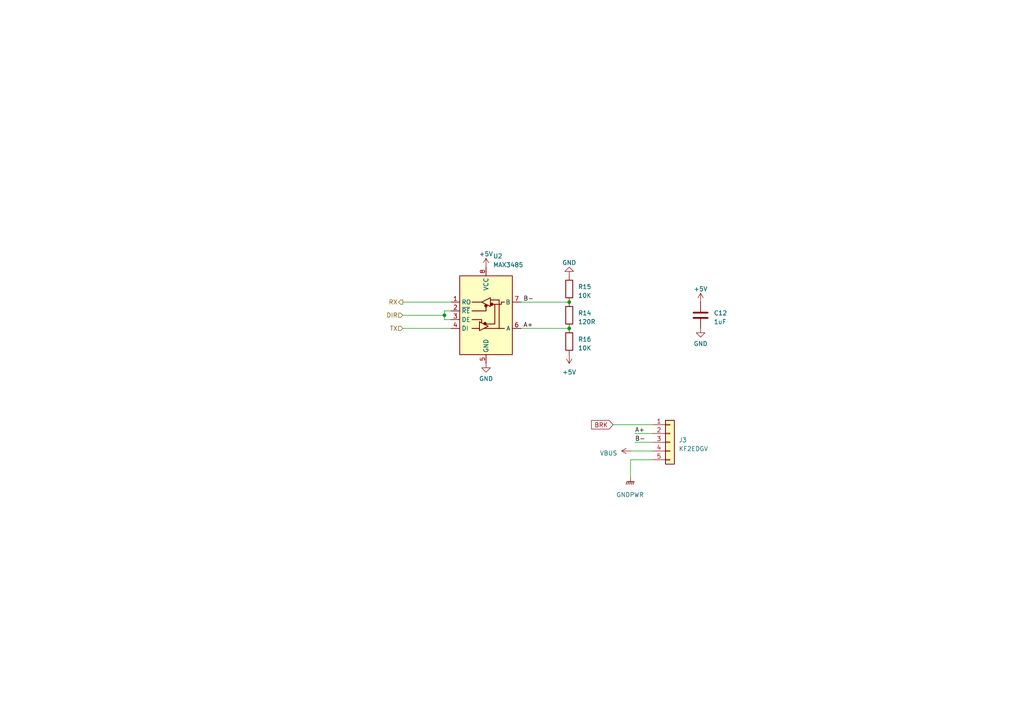
<source format=kicad_sch>
(kicad_sch (version 20230121) (generator eeschema)
  (paper "A4")
  (lib_symbols
    (symbol "Connector_Generic:Conn_01x05" (pin_names (offset 1.016) hide)
      (property "Reference" "J" (at 0 7.62 0))
      (property "Value" "Conn_01x05" (at 0 -7.62 0))
      (symbol "Conn_01x05_1_1"
        (rectangle (start -1.27 -4.953) (end 0 -5.207) (stroke (width 0.1524)))
        (rectangle (start -1.27 -2.413) (end 0 -2.667) (stroke (width 0.1524)))
        (rectangle (start -1.27 0.127) (end 0 -0.127) (stroke (width 0.1524)))
        (rectangle (start -1.27 2.667) (end 0 2.413) (stroke (width 0.1524)))
        (rectangle (start -1.27 5.207) (end 0 4.953) (stroke (width 0.1524)))
        (rectangle (start -1.27 6.35) (end 1.27 -6.35) (stroke (width 0.254)) (fill (type background)))
        (pin passive line (at -5.08 5.08 0) (length 3.81) (name "Pin_1") (number "1"))
        (pin passive line (at -5.08 2.54 0) (length 3.81) (name "Pin_2") (number "2"))
        (pin passive line (at -5.08 0 0) (length 3.81) (name "Pin_3") (number "3"))
        (pin passive line (at -5.08 -2.54 0) (length 3.81) (name "Pin_4") (number "4"))
        (pin passive line (at -5.08 -5.08 0) (length 3.81) (name "Pin_5") (number "5"))
      )
    )
    (symbol "Device:C" (pin_numbers hide) (pin_names (offset 0.254))
      (property "Reference" "C" (at 0.635 2.54 0))
      (property "Value" "C" (at 0.635 -2.54 0))
      (symbol "C_0_1"
        (polyline (pts (xy -2.032 -0.762) (xy 2.032 -0.762)) (stroke (width 0.508)))
        (polyline (pts (xy -2.032 0.762) (xy 2.032 0.762)) (stroke (width 0.508)))
      )
      (symbol "C_1_1"
        (pin passive line (at 0 3.81 270) (length 2.794) (name "~") (number "1"))
        (pin passive line (at 0 -3.81 90) (length 2.794) (name "~") (number "2"))
      )
    )
    (symbol "Device:R" (pin_numbers hide) (pin_names (offset 0))
      (property "Reference" "R" (at 2.032 0 90))
      (property "Value" "R" (at 0 0 90))
      (symbol "R_0_1"
        (rectangle (start -1.016 -2.54) (end 1.016 2.54) (stroke (width 0.254)))
      )
      (symbol "R_1_1"
        (pin passive line (at 0 3.81 270) (length 1.27) (name "~") (number "1"))
        (pin passive line (at 0 -3.81 90) (length 1.27) (name "~") (number "2"))
      )
    )
    (symbol "Interface_UART:MAX3485"
      (property "Reference" "U" (at -6.096 11.43 0))
      (property "Value" "MAX3485" (at 0.762 11.43 0))
      (symbol "MAX3485_0_1"
        (rectangle (start -7.62 10.16) (end 7.62 -12.7) (stroke (width 0.254)) (fill (type background)))
        (circle (center -0.3048 -3.683) (radius 0.3556) (stroke (width 0.254)) (fill (type outline)))
        (circle (center -0.0254 1.4986) (radius 0.3556) (stroke (width 0.254)) (fill (type outline)))
        (polyline (pts (xy -4.064 -5.08) (xy -1.905 -5.08)) (stroke (width 0.254)))
        (polyline (pts (xy -4.064 2.54) (xy -1.27 2.54)) (stroke (width 0.254)))
        (polyline (pts (xy -1.27 -3.2004) (xy -1.27 -3.4544)) (stroke (width 0.254)))
        (polyline (pts (xy -0.635 -5.08) (xy 5.334 -5.08)) (stroke (width 0.254)))
        (polyline (pts (xy -4.064 -2.54) (xy -1.27 -2.54) (xy -1.27 -3.175)) (stroke (width 0.254)))
        (polyline (pts (xy 0 1.27) (xy 0 0) (xy -4.064 0)) (stroke (width 0.254)))
        (polyline (pts (xy 1.27 3.175) (xy 3.81 3.175) (xy 3.81 -5.08)) (stroke (width 0.254)))
        (polyline (pts (xy 2.54 1.905) (xy 2.54 -3.81) (xy 0 -3.81)) (stroke (width 0.254)))
        (polyline (pts (xy -1.905 -3.175) (xy -1.905 -5.715) (xy 0.635 -4.445) (xy -1.905 -3.175)) (stroke (width 0.254)))
        (polyline (pts (xy -1.27 2.54) (xy 1.27 3.81) (xy 1.27 1.27) (xy -1.27 2.54)) (stroke (width 0.254)))
        (polyline (pts (xy 1.905 1.905) (xy 4.445 1.905) (xy 4.445 2.54) (xy 5.334 2.54)) (stroke (width 0.254)))
        (rectangle (start 1.27 3.175) (end 1.27 3.175))
        (circle (center 1.651 1.905) (radius 0.3556) (stroke (width 0.254)) (fill (type outline)))
      )
      (symbol "MAX3485_1_1"
        (pin output line (at -10.16 2.54 0) (length 2.54) (name "RO") (number "1"))
        (pin input line (at -10.16 0 0) (length 2.54) (name "~{RE}") (number "2"))
        (pin input line (at -10.16 -2.54 0) (length 2.54) (name "DE") (number "3"))
        (pin input line (at -10.16 -5.08 0) (length 2.54) (name "DI") (number "4"))
        (pin power_in line (at 0 -15.24 90) (length 2.54) (name "GND") (number "5"))
        (pin bidirectional line (at 10.16 -5.08 180) (length 2.54) (name "A") (number "6"))
        (pin bidirectional line (at 10.16 2.54 180) (length 2.54) (name "B") (number "7"))
        (pin power_in line (at 0 12.7 270) (length 2.54) (name "VCC") (number "8"))
      )
    )
    (symbol "power:+5V" (power) (pin_names (offset 0))
      (property "Value" "+5V" (at 0 3.556 0))
      (symbol "+5V_0_1"
        (polyline (pts (xy -0.762 1.27) (xy 0 2.54)))
        (polyline (pts (xy 0 0) (xy 0 2.54)))
        (polyline (pts (xy 0 2.54) (xy 0.762 1.27)))
      )
      (symbol "+5V_1_1"
        (pin power_in line (at 0 0 90) (length 0) hide (name "+5V") (number "1"))
      )
    )
    (symbol "power:GND" (power) (pin_names (offset 0))
      (property "Value" "GND" (at 0 -3.81 0))
      (symbol "GND_0_1"
        (polyline (pts (xy 0 0) (xy 0 -1.27) (xy 1.27 -1.27) (xy 0 -2.54) (xy -1.27 -1.27) (xy 0 -1.27)))
      )
      (symbol "GND_1_1"
        (pin power_in line (at 0 0 270) (length 0) hide (name "GND") (number "1"))
      )
    )
    (symbol "power:GNDPWR" (power) (pin_names (offset 0))
      (property "Value" "GNDPWR" (at 0 -3.302 0))
      (symbol "GNDPWR_0_1"
        (polyline (pts (xy 0 -1.27) (xy 0 0)))
        (polyline (pts (xy -1.016 -1.27) (xy -1.27 -2.032) (xy -1.27 -2.032)) (stroke (width 0.2032)))
        (polyline (pts (xy -0.508 -1.27) (xy -0.762 -2.032) (xy -0.762 -2.032)) (stroke (width 0.2032)))
        (polyline (pts (xy 0 -1.27) (xy -0.254 -2.032) (xy -0.254 -2.032)) (stroke (width 0.2032)))
        (polyline (pts (xy 0.508 -1.27) (xy 0.254 -2.032) (xy 0.254 -2.032)) (stroke (width 0.2032)))
        (polyline (pts (xy 1.016 -1.27) (xy -1.016 -1.27) (xy -1.016 -1.27)) (stroke (width 0.2032)))
        (polyline (pts (xy 1.016 -1.27) (xy 0.762 -2.032) (xy 0.762 -2.032) (xy 0.762 -2.032)) (stroke (width 0.2032)))
      )
      (symbol "GNDPWR_1_1"
        (pin power_in line (at 0 0 270) (length 0) hide (name "GNDPWR") (number "1"))
      )
    )
    (symbol "power:VBUS" (power) (pin_names (offset 0))
      (property "Value" "VBUS" (at 0 3.81 0))
      (symbol "VBUS_0_1"
        (polyline (pts (xy -0.762 1.27) (xy 0 2.54)))
        (polyline (pts (xy 0 0) (xy 0 2.54)))
        (polyline (pts (xy 0 2.54) (xy 0.762 1.27)))
      )
      (symbol "VBUS_1_1"
        (pin power_in line (at 0 0 90) (length 0) hide (name "VBUS") (number "1"))
      )
    )
  )
  (junction (at 128.905 91.44))
  (junction (at 165.1 95.25))
  (junction (at 165.1 87.63))
  (wire (pts (xy 151.13 87.63) (xy 165.1 87.63)))
  (wire (pts (xy 182.88 130.81) (xy 189.23 130.81)))
  (wire (pts (xy 116.84 91.44) (xy 128.905 91.44)))
  (wire (pts (xy 116.84 87.63) (xy 130.81 87.63)))
  (wire (pts (xy 128.905 92.71) (xy 130.81 92.71)))
  (wire (pts (xy 128.905 91.44) (xy 128.905 92.71)))
  (wire (pts (xy 184.15 125.73) (xy 189.23 125.73)))
  (wire (pts (xy 182.88 133.35) (xy 182.88 138.43)))
  (wire (pts (xy 177.8 123.19) (xy 189.23 123.19)))
  (wire (pts (xy 130.81 90.17) (xy 128.905 90.17)))
  (wire (pts (xy 184.15 128.27) (xy 189.23 128.27)))
  (wire (pts (xy 189.23 133.35) (xy 182.88 133.35)))
  (wire (pts (xy 128.905 90.17) (xy 128.905 91.44)))
  (wire (pts (xy 151.13 95.25) (xy 165.1 95.25)))
  (wire (pts (xy 116.84 95.25) (xy 130.81 95.25)))
  (label "A+" (at 151.765 95.25 0))
  (label "B-" (at 151.765 87.63 0))
  (label "B-" (at 184.15 128.27 0))
  (label "A+" (at 184.15 125.73 0))
  (global_label "BRK" (shape input) (at 177.8 123.19 180) (property "Intersheetrefs" "${INTERSHEET_REFS}" (effects hide)))
  (hierarchical_label "TX" (shape input) (at 116.84 95.25 180))
  (hierarchical_label "DIR" (shape input) (at 116.84 91.44 180))
  (hierarchical_label "RX" (shape output) (at 116.84 87.63 180))
  (symbol (lib_id "power:GND") (at 140.97 105.41 0) (unit 1)
    (property "Reference" "#PWR015" (effects hide))
    (property "Value" "GND" (at 140.97 109.855 0))
    (instances (project "AT32_Mini" (path "" (reference "#PWR015") (unit 1))) (project "cwFOC" (path "" (reference "#PWR049") (unit 1)) (path "" (reference "#PWR037") (unit 1))))
  )
  (symbol (lib_id "power:+5V") (at 165.1 102.87 180) (unit 1)
    (property "Reference" "#PWR02" (effects hide))
    (property "Value" "+5V" (at 165.1 107.95 0))
  )
  (symbol (lib_id "power:GND") (at 165.1 80.01 180) (unit 1)
    (property "Reference" "#PWR051" (effects hide))
    (property "Value" "GND" (at 165.1 76.2 0))
    (instances (project "cwFOC" (path "" (reference "#PWR051") (unit 1)) (path "" (reference "#PWR038") (unit 1))))
  )
  (symbol (lib_id "power:+5V") (at 203.2 87.63 0) (unit 1)
    (property "Reference" "#PWR044" (effects hide))
    (property "Value" "+5V" (at 203.2 83.82 0))
  )
  (symbol (lib_id "Interface_UART:MAX3485") (at 140.97 90.17 0) (unit 1)
    (property "Reference" "U2" (at 142.9894 74.295 0) (effects (justify left)))
    (property "Value" "MAX3485" (at 142.9894 76.835 0) (effects (justify left)))
    (property "Footprint" "Package_SO:SOIC-8_3.9x4.9mm_P1.27mm" (effects hide))
    (property "Datasheet" "https://datasheets.maximintegrated.com/en/ds/MAX3483-MAX3491.pdf" (effects hide))
    (instances (project "AT32_Mini" (path "" (reference "U2") (unit 1))) (project "cwFOC" (path "" (reference "U5") (unit 1)) (path "" (reference "U5") (unit 1))))
  )
  (symbol (lib_id "Device:R") (at 165.1 91.44 0) (unit 1)
    (property "Reference" "R14" (at 167.64 90.805 0) (effects (justify left)))
    (property "Value" "120R" (at 167.64 93.345 0) (effects (justify left)))
    (property "Footprint" "myDevice:0603_R" (effects hide))
    (instances (project "cwFOC" (path "" (reference "R14") (unit 1)) (path "" (reference "R12") (unit 1))))
  )
  (symbol (lib_id "power:GNDPWR") (at 182.88 138.43 0) (unit 1)
    (property "Reference" "#PWR031" (effects hide))
    (property "Value" "GNDPWR" (at 182.753 143.51 0))
  )
  (symbol (lib_id "power:GND") (at 203.2 95.25 0) (unit 1)
    (property "Reference" "#PWR015" (effects hide))
    (property "Value" "GND" (at 203.2 99.695 0))
    (instances (project "AT32_Mini" (path "" (reference "#PWR015") (unit 1))) (project "cwFOC" (path "" (reference "#PWR049") (unit 1)) (path "" (reference "#PWR045") (unit 1))))
  )
  (symbol (lib_id "Connector_Generic:Conn_01x05") (at 194.31 128.27 0) (unit 1)
    (property "Reference" "J3" (at 196.85 127.635 0) (effects (justify left)))
    (property "Value" "KF2EDGV" (at 196.85 130.175 0) (effects (justify left)))
    (property "Footprint" "myLib:KF2EDGV" (effects hide))
  )
  (symbol (lib_id "power:VBUS") (at 182.88 130.81 90) (unit 1)
    (property "Reference" "#PWR032" (effects hide))
    (property "Value" "VBUS" (at 179.07 131.445 90) (effects (justify left)))
  )
  (symbol (lib_id "Device:C") (at 203.2 91.44 0) (unit 1)
    (property "Reference" "C12" (at 207.01 90.805 0) (effects (justify left)))
    (property "Value" "1uF" (at 207.01 93.345 0) (effects (justify left)))
    (property "Footprint" "myDevice:0603_C" (effects hide))
  )
  (symbol (lib_id "power:+5V") (at 140.97 77.47 0) (unit 1)
    (property "Reference" "#PWR034" (effects hide))
    (property "Value" "+5V" (at 140.97 73.66 0))
  )
  (symbol (lib_id "Device:R") (at 165.1 99.06 0) (unit 1)
    (property "Reference" "R16" (at 167.64 98.425 0) (effects (justify left)))
    (property "Value" "10K" (at 167.64 100.965 0) (effects (justify left)))
    (property "Footprint" "myDevice:0603_R" (effects hide))
    (instances (project "cwFOC" (path "" (reference "R16") (unit 1)) (path "" (reference "R14") (unit 1))))
  )
  (symbol (lib_id "Device:R") (at 165.1 83.82 0) (unit 1)
    (property "Reference" "R15" (at 167.64 83.185 0) (effects (justify left)))
    (property "Value" "10K" (at 167.64 85.725 0) (effects (justify left)))
    (property "Footprint" "myDevice:0603_R" (effects hide))
    (instances (project "cwFOC" (path "" (reference "R15") (unit 1)) (path "" (reference "R11") (unit 1))))
  )
)
</source>
